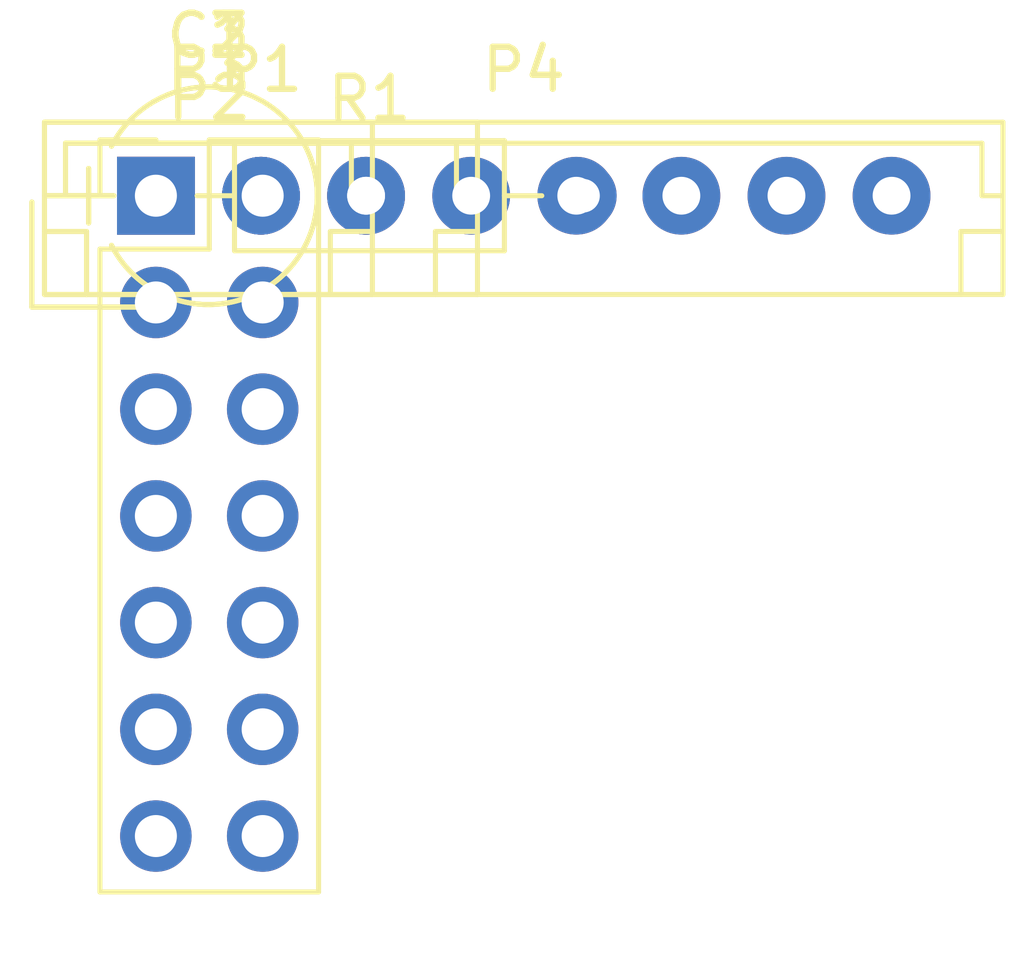
<source format=kicad_pcb>
(kicad_pcb (version 4) (host pcbnew 4.0.4-stable)

  (general
    (links 19)
    (no_connects 14)
    (area 0 0 0 0)
    (thickness 1.6)
    (drawings 0)
    (tracks 0)
    (zones 0)
    (modules 8)
    (nets 12)
  )

  (page A4)
  (layers
    (0 F.Cu signal)
    (31 B.Cu signal)
    (32 B.Adhes user)
    (33 F.Adhes user)
    (34 B.Paste user)
    (35 F.Paste user)
    (36 B.SilkS user)
    (37 F.SilkS user)
    (38 B.Mask user)
    (39 F.Mask user)
    (40 Dwgs.User user)
    (41 Cmts.User user)
    (42 Eco1.User user)
    (43 Eco2.User user)
    (44 Edge.Cuts user)
    (45 Margin user)
    (46 B.CrtYd user)
    (47 F.CrtYd user)
    (48 B.Fab user)
    (49 F.Fab user)
  )

  (setup
    (last_trace_width 0.25)
    (trace_clearance 0.2)
    (zone_clearance 0.508)
    (zone_45_only no)
    (trace_min 0.2)
    (segment_width 0.2)
    (edge_width 0.15)
    (via_size 0.6)
    (via_drill 0.4)
    (via_min_size 0.4)
    (via_min_drill 0.3)
    (uvia_size 0.3)
    (uvia_drill 0.1)
    (uvias_allowed no)
    (uvia_min_size 0.2)
    (uvia_min_drill 0.1)
    (pcb_text_width 0.3)
    (pcb_text_size 1.5 1.5)
    (mod_edge_width 0.15)
    (mod_text_size 1 1)
    (mod_text_width 0.15)
    (pad_size 1.524 1.524)
    (pad_drill 0.762)
    (pad_to_mask_clearance 0.2)
    (aux_axis_origin 0 0)
    (visible_elements FFFFFF7F)
    (pcbplotparams
      (layerselection 0x00030_80000001)
      (usegerberextensions false)
      (excludeedgelayer true)
      (linewidth 0.100000)
      (plotframeref false)
      (viasonmask false)
      (mode 1)
      (useauxorigin false)
      (hpglpennumber 1)
      (hpglpenspeed 20)
      (hpglpendiameter 15)
      (hpglpenoverlay 2)
      (psnegative false)
      (psa4output false)
      (plotreference true)
      (plotvalue true)
      (plotinvisibletext false)
      (padsonsilk false)
      (subtractmaskfromsilk false)
      (outputformat 1)
      (mirror false)
      (drillshape 1)
      (scaleselection 1)
      (outputdirectory ""))
  )

  (net 0 "")
  (net 1 /RST)
  (net 2 /GND)
  (net 3 /VCC)
  (net 4 "Net-(C2-Pad2)")
  (net 5 /VCC_TARGET)
  (net 6 /VCC_TOOL)
  (net 7 /TDO)
  (net 8 /TDI)
  (net 9 /TMS)
  (net 10 /TCK)
  (net 11 /TEST)

  (net_class Default "This is the default net class."
    (clearance 0.2)
    (trace_width 0.25)
    (via_dia 0.6)
    (via_drill 0.4)
    (uvia_dia 0.3)
    (uvia_drill 0.1)
    (add_net /GND)
    (add_net /RST)
    (add_net /TCK)
    (add_net /TDI)
    (add_net /TDO)
    (add_net /TEST)
    (add_net /TMS)
    (add_net /VCC)
    (add_net /VCC_TARGET)
    (add_net /VCC_TOOL)
    (add_net "Net-(C2-Pad2)")
  )

  (module Capacitors_ThroughHole:CP_Radial_Tantal_D5.0mm_P2.50mm (layer F.Cu) (tedit 597C781B) (tstamp 5AB2F185)
    (at 148.5011 105.0036)
    (descr "CP, Radial_Tantal series, Radial, pin pitch=2.50mm, , diameter=5.0mm, Tantal Electrolytic Capacitor, http://cdn-reichelt.de/documents/datenblatt/B300/TANTAL-TB-Serie%23.pdf")
    (tags "CP Radial_Tantal series Radial pin pitch 2.50mm  diameter 5.0mm Tantal Electrolytic Capacitor")
    (path /5AB275F9)
    (fp_text reference C1 (at 1.25 -3.81) (layer F.SilkS)
      (effects (font (size 1 1) (thickness 0.15)))
    )
    (fp_text value 1nF (at 1.25 3.81) (layer F.Fab)
      (effects (font (size 1 1) (thickness 0.15)))
    )
    (fp_arc (start 1.25 0) (end -1.05558 -1.18) (angle 125.8) (layer F.SilkS) (width 0.12))
    (fp_arc (start 1.25 0) (end -1.05558 1.18) (angle -125.8) (layer F.SilkS) (width 0.12))
    (fp_arc (start 1.25 0) (end 3.55558 -1.18) (angle 54.2) (layer F.SilkS) (width 0.12))
    (fp_circle (center 1.25 0) (end 3.75 0) (layer F.Fab) (width 0.1))
    (fp_line (start -2.2 0) (end -1 0) (layer F.Fab) (width 0.1))
    (fp_line (start -1.6 -0.65) (end -1.6 0.65) (layer F.Fab) (width 0.1))
    (fp_line (start -2.2 0) (end -1 0) (layer F.SilkS) (width 0.12))
    (fp_line (start -1.6 -0.65) (end -1.6 0.65) (layer F.SilkS) (width 0.12))
    (fp_line (start -1.6 -2.85) (end -1.6 2.85) (layer F.CrtYd) (width 0.05))
    (fp_line (start -1.6 2.85) (end 4.1 2.85) (layer F.CrtYd) (width 0.05))
    (fp_line (start 4.1 2.85) (end 4.1 -2.85) (layer F.CrtYd) (width 0.05))
    (fp_line (start 4.1 -2.85) (end -1.6 -2.85) (layer F.CrtYd) (width 0.05))
    (fp_text user %R (at 1.25 0) (layer F.Fab)
      (effects (font (size 1 1) (thickness 0.15)))
    )
    (pad 1 thru_hole rect (at 0 0) (size 1.6 1.6) (drill 0.8) (layers *.Cu *.Mask)
      (net 1 /RST))
    (pad 2 thru_hole circle (at 2.5 0) (size 1.6 1.6) (drill 0.8) (layers *.Cu *.Mask)
      (net 2 /GND))
    (model ${KISYS3DMOD}/Capacitors_THT.3dshapes/CP_Radial_Tantal_D5.0mm_P2.50mm.wrl
      (at (xyz 0 0 0))
      (scale (xyz 1 1 1))
      (rotate (xyz 0 0 0))
    )
  )

  (module Capacitors_ThroughHole:CP_Radial_Tantal_D5.0mm_P2.50mm (layer F.Cu) (tedit 597C781B) (tstamp 5AB2F198)
    (at 148.5011 105.0036)
    (descr "CP, Radial_Tantal series, Radial, pin pitch=2.50mm, , diameter=5.0mm, Tantal Electrolytic Capacitor, http://cdn-reichelt.de/documents/datenblatt/B300/TANTAL-TB-Serie%23.pdf")
    (tags "CP Radial_Tantal series Radial pin pitch 2.50mm  diameter 5.0mm Tantal Electrolytic Capacitor")
    (path /5AB27846)
    (fp_text reference C2 (at 1.25 -3.81) (layer F.SilkS)
      (effects (font (size 1 1) (thickness 0.15)))
    )
    (fp_text value "10uF 16V" (at 1.25 3.81) (layer F.Fab)
      (effects (font (size 1 1) (thickness 0.15)))
    )
    (fp_arc (start 1.25 0) (end -1.05558 -1.18) (angle 125.8) (layer F.SilkS) (width 0.12))
    (fp_arc (start 1.25 0) (end -1.05558 1.18) (angle -125.8) (layer F.SilkS) (width 0.12))
    (fp_arc (start 1.25 0) (end 3.55558 -1.18) (angle 54.2) (layer F.SilkS) (width 0.12))
    (fp_circle (center 1.25 0) (end 3.75 0) (layer F.Fab) (width 0.1))
    (fp_line (start -2.2 0) (end -1 0) (layer F.Fab) (width 0.1))
    (fp_line (start -1.6 -0.65) (end -1.6 0.65) (layer F.Fab) (width 0.1))
    (fp_line (start -2.2 0) (end -1 0) (layer F.SilkS) (width 0.12))
    (fp_line (start -1.6 -0.65) (end -1.6 0.65) (layer F.SilkS) (width 0.12))
    (fp_line (start -1.6 -2.85) (end -1.6 2.85) (layer F.CrtYd) (width 0.05))
    (fp_line (start -1.6 2.85) (end 4.1 2.85) (layer F.CrtYd) (width 0.05))
    (fp_line (start 4.1 2.85) (end 4.1 -2.85) (layer F.CrtYd) (width 0.05))
    (fp_line (start 4.1 -2.85) (end -1.6 -2.85) (layer F.CrtYd) (width 0.05))
    (fp_text user %R (at 1.25 0) (layer F.Fab)
      (effects (font (size 1 1) (thickness 0.15)))
    )
    (pad 1 thru_hole rect (at 0 0) (size 1.6 1.6) (drill 0.8) (layers *.Cu *.Mask)
      (net 3 /VCC))
    (pad 2 thru_hole circle (at 2.5 0) (size 1.6 1.6) (drill 0.8) (layers *.Cu *.Mask)
      (net 4 "Net-(C2-Pad2)"))
    (model ${KISYS3DMOD}/Capacitors_THT.3dshapes/CP_Radial_Tantal_D5.0mm_P2.50mm.wrl
      (at (xyz 0 0 0))
      (scale (xyz 1 1 1))
      (rotate (xyz 0 0 0))
    )
  )

  (module Capacitors_ThroughHole:CP_Radial_Tantal_D5.0mm_P2.50mm (layer F.Cu) (tedit 597C781B) (tstamp 5AB2F1AB)
    (at 148.5011 105.0036)
    (descr "CP, Radial_Tantal series, Radial, pin pitch=2.50mm, , diameter=5.0mm, Tantal Electrolytic Capacitor, http://cdn-reichelt.de/documents/datenblatt/B300/TANTAL-TB-Serie%23.pdf")
    (tags "CP Radial_Tantal series Radial pin pitch 2.50mm  diameter 5.0mm Tantal Electrolytic Capacitor")
    (path /5AB2791E)
    (fp_text reference C3 (at 1.25 -3.81) (layer F.SilkS)
      (effects (font (size 1 1) (thickness 0.15)))
    )
    (fp_text value 0.1uF (at 1.25 3.81) (layer F.Fab)
      (effects (font (size 1 1) (thickness 0.15)))
    )
    (fp_arc (start 1.25 0) (end -1.05558 -1.18) (angle 125.8) (layer F.SilkS) (width 0.12))
    (fp_arc (start 1.25 0) (end -1.05558 1.18) (angle -125.8) (layer F.SilkS) (width 0.12))
    (fp_arc (start 1.25 0) (end 3.55558 -1.18) (angle 54.2) (layer F.SilkS) (width 0.12))
    (fp_circle (center 1.25 0) (end 3.75 0) (layer F.Fab) (width 0.1))
    (fp_line (start -2.2 0) (end -1 0) (layer F.Fab) (width 0.1))
    (fp_line (start -1.6 -0.65) (end -1.6 0.65) (layer F.Fab) (width 0.1))
    (fp_line (start -2.2 0) (end -1 0) (layer F.SilkS) (width 0.12))
    (fp_line (start -1.6 -0.65) (end -1.6 0.65) (layer F.SilkS) (width 0.12))
    (fp_line (start -1.6 -2.85) (end -1.6 2.85) (layer F.CrtYd) (width 0.05))
    (fp_line (start -1.6 2.85) (end 4.1 2.85) (layer F.CrtYd) (width 0.05))
    (fp_line (start 4.1 2.85) (end 4.1 -2.85) (layer F.CrtYd) (width 0.05))
    (fp_line (start 4.1 -2.85) (end -1.6 -2.85) (layer F.CrtYd) (width 0.05))
    (fp_text user %R (at 1.25 0) (layer F.Fab)
      (effects (font (size 1 1) (thickness 0.15)))
    )
    (pad 1 thru_hole rect (at 0 0) (size 1.6 1.6) (drill 0.8) (layers *.Cu *.Mask)
      (net 4 "Net-(C2-Pad2)"))
    (pad 2 thru_hole circle (at 2.5 0) (size 1.6 1.6) (drill 0.8) (layers *.Cu *.Mask)
      (net 3 /VCC))
    (model ${KISYS3DMOD}/Capacitors_THT.3dshapes/CP_Radial_Tantal_D5.0mm_P2.50mm.wrl
      (at (xyz 0 0 0))
      (scale (xyz 1 1 1))
      (rotate (xyz 0 0 0))
    )
  )

  (module Connectors_JST:JST_EH_B03B-EH-A_03x2.50mm_Straight (layer F.Cu) (tedit 58A3B0B5) (tstamp 5AB2F1CC)
    (at 148.5011 105.0036)
    (descr "JST EH series connector, B03B-EH-A, 2.50mm pitch, top entry")
    (tags "connector jst eh top vertical straight")
    (path /5AB274B5)
    (fp_text reference P1 (at 2.5 -3) (layer F.SilkS)
      (effects (font (size 1 1) (thickness 0.15)))
    )
    (fp_text value CONN_01X03 (at 2.5 3.5) (layer F.Fab)
      (effects (font (size 1 1) (thickness 0.15)))
    )
    (fp_text user %R (at 2.5 -3) (layer F.Fab)
      (effects (font (size 1 1) (thickness 0.15)))
    )
    (fp_line (start -2.5 -1.6) (end -2.5 2.2) (layer F.Fab) (width 0.1))
    (fp_line (start -2.5 2.2) (end 7.5 2.2) (layer F.Fab) (width 0.1))
    (fp_line (start 7.5 2.2) (end 7.5 -1.6) (layer F.Fab) (width 0.1))
    (fp_line (start 7.5 -1.6) (end -2.5 -1.6) (layer F.Fab) (width 0.1))
    (fp_line (start -2.65 -1.75) (end -2.65 2.35) (layer F.SilkS) (width 0.12))
    (fp_line (start -2.65 2.35) (end 7.65 2.35) (layer F.SilkS) (width 0.12))
    (fp_line (start 7.65 2.35) (end 7.65 -1.75) (layer F.SilkS) (width 0.12))
    (fp_line (start 7.65 -1.75) (end -2.65 -1.75) (layer F.SilkS) (width 0.12))
    (fp_line (start -2.65 0) (end -2.15 0) (layer F.SilkS) (width 0.12))
    (fp_line (start -2.15 0) (end -2.15 -1.25) (layer F.SilkS) (width 0.12))
    (fp_line (start -2.15 -1.25) (end 7.15 -1.25) (layer F.SilkS) (width 0.12))
    (fp_line (start 7.15 -1.25) (end 7.15 0) (layer F.SilkS) (width 0.12))
    (fp_line (start 7.15 0) (end 7.65 0) (layer F.SilkS) (width 0.12))
    (fp_line (start -2.65 0.85) (end -1.65 0.85) (layer F.SilkS) (width 0.12))
    (fp_line (start -1.65 0.85) (end -1.65 2.35) (layer F.SilkS) (width 0.12))
    (fp_line (start 7.65 0.85) (end 6.65 0.85) (layer F.SilkS) (width 0.12))
    (fp_line (start 6.65 0.85) (end 6.65 2.35) (layer F.SilkS) (width 0.12))
    (fp_line (start -2.95 0.15) (end -2.95 2.65) (layer F.SilkS) (width 0.12))
    (fp_line (start -2.95 2.65) (end -0.45 2.65) (layer F.SilkS) (width 0.12))
    (fp_line (start -2.95 0.15) (end -2.95 2.65) (layer F.Fab) (width 0.1))
    (fp_line (start -2.95 2.65) (end -0.45 2.65) (layer F.Fab) (width 0.1))
    (fp_line (start -3.15 -2.25) (end -3.15 2.85) (layer F.CrtYd) (width 0.05))
    (fp_line (start -3.15 2.85) (end 8.15 2.85) (layer F.CrtYd) (width 0.05))
    (fp_line (start 8.15 2.85) (end 8.15 -2.25) (layer F.CrtYd) (width 0.05))
    (fp_line (start 8.15 -2.25) (end -3.15 -2.25) (layer F.CrtYd) (width 0.05))
    (pad 1 thru_hole rect (at 0 0) (size 1.85 1.85) (drill 0.9) (layers *.Cu *.Mask)
      (net 5 /VCC_TARGET))
    (pad 2 thru_hole circle (at 2.5 0) (size 1.85 1.85) (drill 0.9) (layers *.Cu *.Mask)
      (net 3 /VCC))
    (pad 3 thru_hole circle (at 5 0) (size 1.85 1.85) (drill 0.9) (layers *.Cu *.Mask)
      (net 6 /VCC_TOOL))
    (model Connectors_JST.3dshapes/JST_EH_B03B-EH-A_03x2.50mm_Straight.wrl
      (at (xyz 0 0 0))
      (scale (xyz 1 1 1))
      (rotate (xyz 0 0 0))
    )
  )

  (module Pin_Headers:Pin_Header_Straight_2x07_Pitch2.54mm (layer F.Cu) (tedit 59650532) (tstamp 5AB2F1F0)
    (at 148.5011 105.0036)
    (descr "Through hole straight pin header, 2x07, 2.54mm pitch, double rows")
    (tags "Through hole pin header THT 2x07 2.54mm double row")
    (path /5AB27520)
    (fp_text reference P2 (at 1.27 -2.33) (layer F.SilkS)
      (effects (font (size 1 1) (thickness 0.15)))
    )
    (fp_text value CONN_02X07 (at 1.27 17.57) (layer F.Fab)
      (effects (font (size 1 1) (thickness 0.15)))
    )
    (fp_line (start 0 -1.27) (end 3.81 -1.27) (layer F.Fab) (width 0.1))
    (fp_line (start 3.81 -1.27) (end 3.81 16.51) (layer F.Fab) (width 0.1))
    (fp_line (start 3.81 16.51) (end -1.27 16.51) (layer F.Fab) (width 0.1))
    (fp_line (start -1.27 16.51) (end -1.27 0) (layer F.Fab) (width 0.1))
    (fp_line (start -1.27 0) (end 0 -1.27) (layer F.Fab) (width 0.1))
    (fp_line (start -1.33 16.57) (end 3.87 16.57) (layer F.SilkS) (width 0.12))
    (fp_line (start -1.33 1.27) (end -1.33 16.57) (layer F.SilkS) (width 0.12))
    (fp_line (start 3.87 -1.33) (end 3.87 16.57) (layer F.SilkS) (width 0.12))
    (fp_line (start -1.33 1.27) (end 1.27 1.27) (layer F.SilkS) (width 0.12))
    (fp_line (start 1.27 1.27) (end 1.27 -1.33) (layer F.SilkS) (width 0.12))
    (fp_line (start 1.27 -1.33) (end 3.87 -1.33) (layer F.SilkS) (width 0.12))
    (fp_line (start -1.33 0) (end -1.33 -1.33) (layer F.SilkS) (width 0.12))
    (fp_line (start -1.33 -1.33) (end 0 -1.33) (layer F.SilkS) (width 0.12))
    (fp_line (start -1.8 -1.8) (end -1.8 17.05) (layer F.CrtYd) (width 0.05))
    (fp_line (start -1.8 17.05) (end 4.35 17.05) (layer F.CrtYd) (width 0.05))
    (fp_line (start 4.35 17.05) (end 4.35 -1.8) (layer F.CrtYd) (width 0.05))
    (fp_line (start 4.35 -1.8) (end -1.8 -1.8) (layer F.CrtYd) (width 0.05))
    (fp_text user %R (at 1.27 7.62 90) (layer F.Fab)
      (effects (font (size 1 1) (thickness 0.15)))
    )
    (pad 1 thru_hole rect (at 0 0) (size 1.7 1.7) (drill 1) (layers *.Cu *.Mask)
      (net 7 /TDO))
    (pad 2 thru_hole oval (at 2.54 0) (size 1.7 1.7) (drill 1) (layers *.Cu *.Mask)
      (net 6 /VCC_TOOL))
    (pad 3 thru_hole oval (at 0 2.54) (size 1.7 1.7) (drill 1) (layers *.Cu *.Mask)
      (net 8 /TDI))
    (pad 4 thru_hole oval (at 2.54 2.54) (size 1.7 1.7) (drill 1) (layers *.Cu *.Mask)
      (net 5 /VCC_TARGET))
    (pad 5 thru_hole oval (at 0 5.08) (size 1.7 1.7) (drill 1) (layers *.Cu *.Mask)
      (net 9 /TMS))
    (pad 6 thru_hole oval (at 2.54 5.08) (size 1.7 1.7) (drill 1) (layers *.Cu *.Mask))
    (pad 7 thru_hole oval (at 0 7.62) (size 1.7 1.7) (drill 1) (layers *.Cu *.Mask)
      (net 10 /TCK))
    (pad 8 thru_hole oval (at 2.54 7.62) (size 1.7 1.7) (drill 1) (layers *.Cu *.Mask)
      (net 11 /TEST))
    (pad 9 thru_hole oval (at 0 10.16) (size 1.7 1.7) (drill 1) (layers *.Cu *.Mask)
      (net 2 /GND))
    (pad 10 thru_hole oval (at 2.54 10.16) (size 1.7 1.7) (drill 1) (layers *.Cu *.Mask))
    (pad 11 thru_hole oval (at 0 12.7) (size 1.7 1.7) (drill 1) (layers *.Cu *.Mask)
      (net 1 /RST))
    (pad 12 thru_hole oval (at 2.54 12.7) (size 1.7 1.7) (drill 1) (layers *.Cu *.Mask))
    (pad 13 thru_hole oval (at 0 15.24) (size 1.7 1.7) (drill 1) (layers *.Cu *.Mask))
    (pad 14 thru_hole oval (at 2.54 15.24) (size 1.7 1.7) (drill 1) (layers *.Cu *.Mask))
    (model ${KISYS3DMOD}/Pin_Headers.3dshapes/Pin_Header_Straight_2x07_Pitch2.54mm.wrl
      (at (xyz 0 0 0))
      (scale (xyz 1 1 1))
      (rotate (xyz 0 0 0))
    )
  )

  (module Connectors_JST:JST_EH_B02B-EH-A_02x2.50mm_Straight (layer F.Cu) (tedit 58A3B0B5) (tstamp 5AB2F210)
    (at 148.5011 105.0036)
    (descr "JST EH series connector, B02B-EH-A, 2.50mm pitch, top entry")
    (tags "connector jst eh top vertical straight")
    (path /5AB2742C)
    (fp_text reference P3 (at 1.25 -3) (layer F.SilkS)
      (effects (font (size 1 1) (thickness 0.15)))
    )
    (fp_text value CONN_01X02 (at 1.25 3.5) (layer F.Fab)
      (effects (font (size 1 1) (thickness 0.15)))
    )
    (fp_text user %R (at 1.25 -3) (layer F.Fab)
      (effects (font (size 1 1) (thickness 0.15)))
    )
    (fp_line (start -2.5 -1.6) (end -2.5 2.2) (layer F.Fab) (width 0.1))
    (fp_line (start -2.5 2.2) (end 5 2.2) (layer F.Fab) (width 0.1))
    (fp_line (start 5 2.2) (end 5 -1.6) (layer F.Fab) (width 0.1))
    (fp_line (start 5 -1.6) (end -2.5 -1.6) (layer F.Fab) (width 0.1))
    (fp_line (start -2.65 -1.75) (end -2.65 2.35) (layer F.SilkS) (width 0.12))
    (fp_line (start -2.65 2.35) (end 5.15 2.35) (layer F.SilkS) (width 0.12))
    (fp_line (start 5.15 2.35) (end 5.15 -1.75) (layer F.SilkS) (width 0.12))
    (fp_line (start 5.15 -1.75) (end -2.65 -1.75) (layer F.SilkS) (width 0.12))
    (fp_line (start -2.65 0) (end -2.15 0) (layer F.SilkS) (width 0.12))
    (fp_line (start -2.15 0) (end -2.15 -1.25) (layer F.SilkS) (width 0.12))
    (fp_line (start -2.15 -1.25) (end 4.65 -1.25) (layer F.SilkS) (width 0.12))
    (fp_line (start 4.65 -1.25) (end 4.65 0) (layer F.SilkS) (width 0.12))
    (fp_line (start 4.65 0) (end 5.15 0) (layer F.SilkS) (width 0.12))
    (fp_line (start -2.65 0.85) (end -1.65 0.85) (layer F.SilkS) (width 0.12))
    (fp_line (start -1.65 0.85) (end -1.65 2.35) (layer F.SilkS) (width 0.12))
    (fp_line (start 5.15 0.85) (end 4.15 0.85) (layer F.SilkS) (width 0.12))
    (fp_line (start 4.15 0.85) (end 4.15 2.35) (layer F.SilkS) (width 0.12))
    (fp_line (start -2.95 0.15) (end -2.95 2.65) (layer F.SilkS) (width 0.12))
    (fp_line (start -2.95 2.65) (end -0.45 2.65) (layer F.SilkS) (width 0.12))
    (fp_line (start -2.95 0.15) (end -2.95 2.65) (layer F.Fab) (width 0.1))
    (fp_line (start -2.95 2.65) (end -0.45 2.65) (layer F.Fab) (width 0.1))
    (fp_line (start -3.15 -2.25) (end -3.15 2.85) (layer F.CrtYd) (width 0.05))
    (fp_line (start -3.15 2.85) (end 5.65 2.85) (layer F.CrtYd) (width 0.05))
    (fp_line (start 5.65 2.85) (end 5.65 -2.25) (layer F.CrtYd) (width 0.05))
    (fp_line (start 5.65 -2.25) (end -3.15 -2.25) (layer F.CrtYd) (width 0.05))
    (pad 1 thru_hole rect (at 0 0) (size 1.85 1.85) (drill 0.9) (layers *.Cu *.Mask)
      (net 3 /VCC))
    (pad 2 thru_hole circle (at 2.5 0) (size 1.85 1.85) (drill 0.9) (layers *.Cu *.Mask)
      (net 4 "Net-(C2-Pad2)"))
    (model Connectors_JST.3dshapes/JST_EH_B02B-EH-A_02x2.50mm_Straight.wrl
      (at (xyz 0 0 0))
      (scale (xyz 1 1 1))
      (rotate (xyz 0 0 0))
    )
  )

  (module Connectors_JST:JST_EH_B08B-EH-A_08x2.50mm_Straight (layer F.Cu) (tedit 58A3B0B5) (tstamp 5AB2F236)
    (at 148.5011 105.0036)
    (descr "JST EH series connector, B08B-EH-A, 2.50mm pitch, top entry")
    (tags "connector jst eh top vertical straight")
    (path /5AB277ED)
    (fp_text reference P4 (at 8.75 -3) (layer F.SilkS)
      (effects (font (size 1 1) (thickness 0.15)))
    )
    (fp_text value CONN_01X08 (at 8.75 3.5) (layer F.Fab)
      (effects (font (size 1 1) (thickness 0.15)))
    )
    (fp_text user %R (at 8.75 -3) (layer F.Fab)
      (effects (font (size 1 1) (thickness 0.15)))
    )
    (fp_line (start -2.5 -1.6) (end -2.5 2.2) (layer F.Fab) (width 0.1))
    (fp_line (start -2.5 2.2) (end 20 2.2) (layer F.Fab) (width 0.1))
    (fp_line (start 20 2.2) (end 20 -1.6) (layer F.Fab) (width 0.1))
    (fp_line (start 20 -1.6) (end -2.5 -1.6) (layer F.Fab) (width 0.1))
    (fp_line (start -2.65 -1.75) (end -2.65 2.35) (layer F.SilkS) (width 0.12))
    (fp_line (start -2.65 2.35) (end 20.15 2.35) (layer F.SilkS) (width 0.12))
    (fp_line (start 20.15 2.35) (end 20.15 -1.75) (layer F.SilkS) (width 0.12))
    (fp_line (start 20.15 -1.75) (end -2.65 -1.75) (layer F.SilkS) (width 0.12))
    (fp_line (start -2.65 0) (end -2.15 0) (layer F.SilkS) (width 0.12))
    (fp_line (start -2.15 0) (end -2.15 -1.25) (layer F.SilkS) (width 0.12))
    (fp_line (start -2.15 -1.25) (end 19.65 -1.25) (layer F.SilkS) (width 0.12))
    (fp_line (start 19.65 -1.25) (end 19.65 0) (layer F.SilkS) (width 0.12))
    (fp_line (start 19.65 0) (end 20.15 0) (layer F.SilkS) (width 0.12))
    (fp_line (start -2.65 0.85) (end -1.65 0.85) (layer F.SilkS) (width 0.12))
    (fp_line (start -1.65 0.85) (end -1.65 2.35) (layer F.SilkS) (width 0.12))
    (fp_line (start 20.15 0.85) (end 19.15 0.85) (layer F.SilkS) (width 0.12))
    (fp_line (start 19.15 0.85) (end 19.15 2.35) (layer F.SilkS) (width 0.12))
    (fp_line (start -2.95 0.15) (end -2.95 2.65) (layer F.SilkS) (width 0.12))
    (fp_line (start -2.95 2.65) (end -0.45 2.65) (layer F.SilkS) (width 0.12))
    (fp_line (start -2.95 0.15) (end -2.95 2.65) (layer F.Fab) (width 0.1))
    (fp_line (start -2.95 2.65) (end -0.45 2.65) (layer F.Fab) (width 0.1))
    (fp_line (start -3.15 -2.25) (end -3.15 2.85) (layer F.CrtYd) (width 0.05))
    (fp_line (start -3.15 2.85) (end 20.65 2.85) (layer F.CrtYd) (width 0.05))
    (fp_line (start 20.65 2.85) (end 20.65 -2.25) (layer F.CrtYd) (width 0.05))
    (fp_line (start 20.65 -2.25) (end -3.15 -2.25) (layer F.CrtYd) (width 0.05))
    (pad 1 thru_hole rect (at 0 0) (size 1.85 1.85) (drill 0.9) (layers *.Cu *.Mask)
      (net 7 /TDO))
    (pad 2 thru_hole circle (at 2.5 0) (size 1.85 1.85) (drill 0.9) (layers *.Cu *.Mask)
      (net 8 /TDI))
    (pad 3 thru_hole circle (at 5 0) (size 1.85 1.85) (drill 0.9) (layers *.Cu *.Mask)
      (net 9 /TMS))
    (pad 4 thru_hole circle (at 7.5 0) (size 1.85 1.85) (drill 0.9) (layers *.Cu *.Mask)
      (net 10 /TCK))
    (pad 5 thru_hole circle (at 10 0) (size 1.85 1.85) (drill 0.9) (layers *.Cu *.Mask)
      (net 2 /GND))
    (pad 6 thru_hole circle (at 12.5 0) (size 1.85 1.85) (drill 0.9) (layers *.Cu *.Mask)
      (net 1 /RST))
    (pad 7 thru_hole circle (at 15 0) (size 1.85 1.85) (drill 0.9) (layers *.Cu *.Mask)
      (net 3 /VCC))
    (pad 8 thru_hole circle (at 17.5 0) (size 1.85 1.85) (drill 0.9) (layers *.Cu *.Mask)
      (net 11 /TEST))
    (model Connectors_JST.3dshapes/JST_EH_B08B-EH-A_08x2.50mm_Straight.wrl
      (at (xyz 0 0 0))
      (scale (xyz 1 1 1))
      (rotate (xyz 0 0 0))
    )
  )

  (module Resistors_ThroughHole:R_Axial_DIN0207_L6.3mm_D2.5mm_P10.16mm_Horizontal (layer F.Cu) (tedit 5874F706) (tstamp 5AB2F24C)
    (at 148.5011 105.0036)
    (descr "Resistor, Axial_DIN0207 series, Axial, Horizontal, pin pitch=10.16mm, 0.25W = 1/4W, length*diameter=6.3*2.5mm^2, http://cdn-reichelt.de/documents/datenblatt/B400/1_4W%23YAG.pdf")
    (tags "Resistor Axial_DIN0207 series Axial Horizontal pin pitch 10.16mm 0.25W = 1/4W length 6.3mm diameter 2.5mm")
    (path /5AB27568)
    (fp_text reference R1 (at 5.08 -2.31) (layer F.SilkS)
      (effects (font (size 1 1) (thickness 0.15)))
    )
    (fp_text value 47K (at 5.08 2.31) (layer F.Fab)
      (effects (font (size 1 1) (thickness 0.15)))
    )
    (fp_line (start 1.93 -1.25) (end 1.93 1.25) (layer F.Fab) (width 0.1))
    (fp_line (start 1.93 1.25) (end 8.23 1.25) (layer F.Fab) (width 0.1))
    (fp_line (start 8.23 1.25) (end 8.23 -1.25) (layer F.Fab) (width 0.1))
    (fp_line (start 8.23 -1.25) (end 1.93 -1.25) (layer F.Fab) (width 0.1))
    (fp_line (start 0 0) (end 1.93 0) (layer F.Fab) (width 0.1))
    (fp_line (start 10.16 0) (end 8.23 0) (layer F.Fab) (width 0.1))
    (fp_line (start 1.87 -1.31) (end 1.87 1.31) (layer F.SilkS) (width 0.12))
    (fp_line (start 1.87 1.31) (end 8.29 1.31) (layer F.SilkS) (width 0.12))
    (fp_line (start 8.29 1.31) (end 8.29 -1.31) (layer F.SilkS) (width 0.12))
    (fp_line (start 8.29 -1.31) (end 1.87 -1.31) (layer F.SilkS) (width 0.12))
    (fp_line (start 0.98 0) (end 1.87 0) (layer F.SilkS) (width 0.12))
    (fp_line (start 9.18 0) (end 8.29 0) (layer F.SilkS) (width 0.12))
    (fp_line (start -1.05 -1.6) (end -1.05 1.6) (layer F.CrtYd) (width 0.05))
    (fp_line (start -1.05 1.6) (end 11.25 1.6) (layer F.CrtYd) (width 0.05))
    (fp_line (start 11.25 1.6) (end 11.25 -1.6) (layer F.CrtYd) (width 0.05))
    (fp_line (start 11.25 -1.6) (end -1.05 -1.6) (layer F.CrtYd) (width 0.05))
    (pad 1 thru_hole circle (at 0 0) (size 1.6 1.6) (drill 0.8) (layers *.Cu *.Mask)
      (net 3 /VCC))
    (pad 2 thru_hole oval (at 10.16 0) (size 1.6 1.6) (drill 0.8) (layers *.Cu *.Mask)
      (net 1 /RST))
    (model ${KISYS3DMOD}/Resistors_THT.3dshapes/R_Axial_DIN0207_L6.3mm_D2.5mm_P10.16mm_Horizontal.wrl
      (at (xyz 0 0 0))
      (scale (xyz 0.393701 0.393701 0.393701))
      (rotate (xyz 0 0 0))
    )
  )

)

</source>
